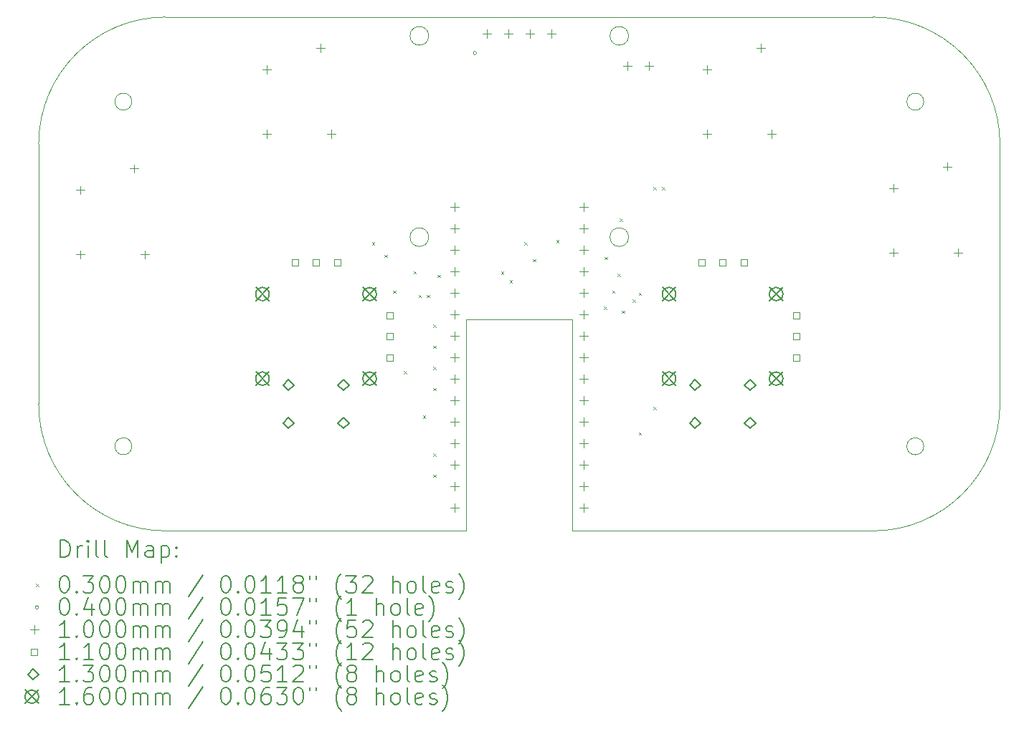
<source format=gbr>
%TF.GenerationSoftware,KiCad,Pcbnew,(6.0.9)*%
%TF.CreationDate,2023-07-24T19:50:06+10:00*%
%TF.ProjectId,Joysticks2.1,4a6f7973-7469-4636-9b73-322e312e6b69,rev?*%
%TF.SameCoordinates,PX3d09000PY568bc30*%
%TF.FileFunction,Drillmap*%
%TF.FilePolarity,Positive*%
%FSLAX45Y45*%
G04 Gerber Fmt 4.5, Leading zero omitted, Abs format (unit mm)*
G04 Created by KiCad (PCBNEW (6.0.9)) date 2023-07-24 19:50:06*
%MOMM*%
%LPD*%
G01*
G04 APERTURE LIST*
%ADD10C,0.010000*%
%ADD11C,0.200000*%
%ADD12C,0.030000*%
%ADD13C,0.040000*%
%ADD14C,0.100000*%
%ADD15C,0.110000*%
%ADD16C,0.130000*%
%ADD17C,0.160000*%
G04 APERTURE END LIST*
D10*
X-2075000Y450000D02*
X-2075000Y-2625000D01*
X9275000Y450000D02*
G75*
G03*
X7775000Y1950000I-1500000J0D01*
G01*
X2975000Y-1625000D02*
X4225000Y-1625000D01*
X-2075000Y-2625000D02*
G75*
G03*
X-575000Y-4125000I1500000J0D01*
G01*
X7775000Y-4125000D02*
G75*
G03*
X9275000Y-2625000I0J1500000D01*
G01*
X2530000Y-652500D02*
G75*
G03*
X2530000Y-652500I-110000J0D01*
G01*
X7775000Y1950000D02*
X-575000Y1950000D01*
X-975000Y950000D02*
G75*
G03*
X-975000Y950000I-100000J0D01*
G01*
X-975000Y-3125000D02*
G75*
G03*
X-975000Y-3125000I-100000J0D01*
G01*
X4890000Y-652500D02*
G75*
G03*
X4890000Y-652500I-110000J0D01*
G01*
X4890000Y1727500D02*
G75*
G03*
X4890000Y1727500I-110000J0D01*
G01*
X-575000Y1950000D02*
G75*
G03*
X-2075000Y450000I0J-1500000D01*
G01*
X2975000Y-4125000D02*
X2975000Y-1625000D01*
X8375000Y-3125000D02*
G75*
G03*
X8375000Y-3125000I-100000J0D01*
G01*
X2530000Y1727500D02*
G75*
G03*
X2530000Y1727500I-110000J0D01*
G01*
X9275000Y-2625000D02*
X9275000Y450000D01*
X4225000Y-4125000D02*
X7775000Y-4125000D01*
X8375000Y950000D02*
G75*
G03*
X8375000Y950000I-100000J0D01*
G01*
X-575000Y-4125000D02*
X2975000Y-4125000D01*
X4225000Y-1625000D02*
X4225000Y-4125000D01*
D11*
D12*
X1860000Y-710000D02*
X1890000Y-740000D01*
X1890000Y-710000D02*
X1860000Y-740000D01*
X2010000Y-860000D02*
X2040000Y-890000D01*
X2040000Y-860000D02*
X2010000Y-890000D01*
X2110000Y-1285000D02*
X2140000Y-1315000D01*
X2140000Y-1285000D02*
X2110000Y-1315000D01*
X2237550Y-2235000D02*
X2267550Y-2265000D01*
X2267550Y-2235000D02*
X2237550Y-2265000D01*
X2353341Y-1053341D02*
X2383341Y-1083341D01*
X2383341Y-1053341D02*
X2353341Y-1083341D01*
X2409292Y-1335000D02*
X2439292Y-1365000D01*
X2439292Y-1335000D02*
X2409292Y-1365000D01*
X2460000Y-2760000D02*
X2490000Y-2790000D01*
X2490000Y-2760000D02*
X2460000Y-2790000D01*
X2510000Y-1335000D02*
X2540000Y-1365000D01*
X2540000Y-1335000D02*
X2510000Y-1365000D01*
X2585000Y-1685000D02*
X2615000Y-1715000D01*
X2615000Y-1685000D02*
X2585000Y-1715000D01*
X2585000Y-1935000D02*
X2615000Y-1965000D01*
X2615000Y-1935000D02*
X2585000Y-1965000D01*
X2585000Y-2185000D02*
X2615000Y-2215000D01*
X2615000Y-2185000D02*
X2585000Y-2215000D01*
X2585000Y-2435000D02*
X2615000Y-2465000D01*
X2615000Y-2435000D02*
X2585000Y-2465000D01*
X2585000Y-3210000D02*
X2615000Y-3240000D01*
X2615000Y-3210000D02*
X2585000Y-3240000D01*
X2585000Y-3460000D02*
X2615000Y-3490000D01*
X2615000Y-3460000D02*
X2585000Y-3490000D01*
X2635000Y-1097550D02*
X2665000Y-1127550D01*
X2665000Y-1097550D02*
X2635000Y-1127550D01*
X3385000Y-1060000D02*
X3415000Y-1090000D01*
X3415000Y-1060000D02*
X3385000Y-1090000D01*
X3485000Y-1160000D02*
X3515000Y-1190000D01*
X3515000Y-1160000D02*
X3485000Y-1190000D01*
X3660000Y-710000D02*
X3690000Y-740000D01*
X3690000Y-710000D02*
X3660000Y-740000D01*
X3760000Y-910000D02*
X3790000Y-940000D01*
X3790000Y-910000D02*
X3760000Y-940000D01*
X4035000Y-685000D02*
X4065000Y-715000D01*
X4065000Y-685000D02*
X4035000Y-715000D01*
X4598841Y-1473841D02*
X4628841Y-1503841D01*
X4628841Y-1473841D02*
X4598841Y-1503841D01*
X4610000Y-885000D02*
X4640000Y-915000D01*
X4640000Y-885000D02*
X4610000Y-915000D01*
X4697550Y-1285000D02*
X4727550Y-1315000D01*
X4727550Y-1285000D02*
X4697550Y-1315000D01*
X4760000Y-1085000D02*
X4790000Y-1115000D01*
X4790000Y-1085000D02*
X4760000Y-1115000D01*
X4785000Y-435000D02*
X4815000Y-465000D01*
X4815000Y-435000D02*
X4785000Y-465000D01*
X4810000Y-1522450D02*
X4840000Y-1552450D01*
X4840000Y-1522450D02*
X4810000Y-1552450D01*
X4938312Y-1388312D02*
X4968312Y-1418312D01*
X4968312Y-1388312D02*
X4938312Y-1418312D01*
X5010000Y-1310000D02*
X5040000Y-1340000D01*
X5040000Y-1310000D02*
X5010000Y-1340000D01*
X5010000Y-2960000D02*
X5040000Y-2990000D01*
X5040000Y-2960000D02*
X5010000Y-2990000D01*
X5185000Y-60000D02*
X5215000Y-90000D01*
X5215000Y-60000D02*
X5185000Y-90000D01*
X5185000Y-2660000D02*
X5215000Y-2690000D01*
X5215000Y-2660000D02*
X5185000Y-2690000D01*
X5285000Y-60000D02*
X5315000Y-90000D01*
X5315000Y-60000D02*
X5285000Y-90000D01*
D13*
X3095000Y1525000D02*
G75*
G03*
X3095000Y1525000I-20000J0D01*
G01*
D14*
X-1581000Y-46000D02*
X-1581000Y-146000D01*
X-1631000Y-96000D02*
X-1531000Y-96000D01*
X-1581000Y-808000D02*
X-1581000Y-908000D01*
X-1631000Y-858000D02*
X-1531000Y-858000D01*
X-949000Y208000D02*
X-949000Y108000D01*
X-999000Y158000D02*
X-899000Y158000D01*
X-819000Y-808000D02*
X-819000Y-908000D01*
X-869000Y-858000D02*
X-769000Y-858000D01*
X619000Y1379000D02*
X619000Y1279000D01*
X569000Y1329000D02*
X669000Y1329000D01*
X619000Y617000D02*
X619000Y517000D01*
X569000Y567000D02*
X669000Y567000D01*
X1251000Y1633000D02*
X1251000Y1533000D01*
X1201000Y1583000D02*
X1301000Y1583000D01*
X1381000Y617000D02*
X1381000Y517000D01*
X1331000Y567000D02*
X1431000Y567000D01*
X2839000Y-245000D02*
X2839000Y-345000D01*
X2789000Y-295000D02*
X2889000Y-295000D01*
X2839000Y-499000D02*
X2839000Y-599000D01*
X2789000Y-549000D02*
X2889000Y-549000D01*
X2839000Y-753000D02*
X2839000Y-853000D01*
X2789000Y-803000D02*
X2889000Y-803000D01*
X2839000Y-1007000D02*
X2839000Y-1107000D01*
X2789000Y-1057000D02*
X2889000Y-1057000D01*
X2839000Y-1261000D02*
X2839000Y-1361000D01*
X2789000Y-1311000D02*
X2889000Y-1311000D01*
X2839000Y-1515000D02*
X2839000Y-1615000D01*
X2789000Y-1565000D02*
X2889000Y-1565000D01*
X2839000Y-1769000D02*
X2839000Y-1869000D01*
X2789000Y-1819000D02*
X2889000Y-1819000D01*
X2839000Y-2023000D02*
X2839000Y-2123000D01*
X2789000Y-2073000D02*
X2889000Y-2073000D01*
X2839000Y-2277000D02*
X2839000Y-2377000D01*
X2789000Y-2327000D02*
X2889000Y-2327000D01*
X2839000Y-2531000D02*
X2839000Y-2631000D01*
X2789000Y-2581000D02*
X2889000Y-2581000D01*
X2839000Y-2785000D02*
X2839000Y-2885000D01*
X2789000Y-2835000D02*
X2889000Y-2835000D01*
X2839000Y-3039000D02*
X2839000Y-3139000D01*
X2789000Y-3089000D02*
X2889000Y-3089000D01*
X2839000Y-3293000D02*
X2839000Y-3393000D01*
X2789000Y-3343000D02*
X2889000Y-3343000D01*
X2839000Y-3547000D02*
X2839000Y-3647000D01*
X2789000Y-3597000D02*
X2889000Y-3597000D01*
X2839000Y-3801000D02*
X2839000Y-3901000D01*
X2789000Y-3851000D02*
X2889000Y-3851000D01*
X3220000Y1802500D02*
X3220000Y1702500D01*
X3170000Y1752500D02*
X3270000Y1752500D01*
X3474000Y1802500D02*
X3474000Y1702500D01*
X3424000Y1752500D02*
X3524000Y1752500D01*
X3728000Y1802500D02*
X3728000Y1702500D01*
X3678000Y1752500D02*
X3778000Y1752500D01*
X3982000Y1802500D02*
X3982000Y1702500D01*
X3932000Y1752500D02*
X4032000Y1752500D01*
X4363000Y-245000D02*
X4363000Y-345000D01*
X4313000Y-295000D02*
X4413000Y-295000D01*
X4363000Y-499000D02*
X4363000Y-599000D01*
X4313000Y-549000D02*
X4413000Y-549000D01*
X4363000Y-753000D02*
X4363000Y-853000D01*
X4313000Y-803000D02*
X4413000Y-803000D01*
X4363000Y-1007000D02*
X4363000Y-1107000D01*
X4313000Y-1057000D02*
X4413000Y-1057000D01*
X4363000Y-1261000D02*
X4363000Y-1361000D01*
X4313000Y-1311000D02*
X4413000Y-1311000D01*
X4363000Y-1515000D02*
X4363000Y-1615000D01*
X4313000Y-1565000D02*
X4413000Y-1565000D01*
X4363000Y-1769000D02*
X4363000Y-1869000D01*
X4313000Y-1819000D02*
X4413000Y-1819000D01*
X4363000Y-2023000D02*
X4363000Y-2123000D01*
X4313000Y-2073000D02*
X4413000Y-2073000D01*
X4363000Y-2277000D02*
X4363000Y-2377000D01*
X4313000Y-2327000D02*
X4413000Y-2327000D01*
X4363000Y-2531000D02*
X4363000Y-2631000D01*
X4313000Y-2581000D02*
X4413000Y-2581000D01*
X4363000Y-2785000D02*
X4363000Y-2885000D01*
X4313000Y-2835000D02*
X4413000Y-2835000D01*
X4363000Y-3039000D02*
X4363000Y-3139000D01*
X4313000Y-3089000D02*
X4413000Y-3089000D01*
X4363000Y-3293000D02*
X4363000Y-3393000D01*
X4313000Y-3343000D02*
X4413000Y-3343000D01*
X4363000Y-3547000D02*
X4363000Y-3647000D01*
X4313000Y-3597000D02*
X4413000Y-3597000D01*
X4363000Y-3801000D02*
X4363000Y-3901000D01*
X4313000Y-3851000D02*
X4413000Y-3851000D01*
X4875000Y1425000D02*
X4875000Y1325000D01*
X4825000Y1375000D02*
X4925000Y1375000D01*
X5129000Y1425000D02*
X5129000Y1325000D01*
X5079000Y1375000D02*
X5179000Y1375000D01*
X5819000Y1379000D02*
X5819000Y1279000D01*
X5769000Y1329000D02*
X5869000Y1329000D01*
X5819000Y617000D02*
X5819000Y517000D01*
X5769000Y567000D02*
X5869000Y567000D01*
X6451000Y1633000D02*
X6451000Y1533000D01*
X6401000Y1583000D02*
X6501000Y1583000D01*
X6581000Y617000D02*
X6581000Y517000D01*
X6531000Y567000D02*
X6631000Y567000D01*
X8019000Y-21000D02*
X8019000Y-121000D01*
X7969000Y-71000D02*
X8069000Y-71000D01*
X8019000Y-783000D02*
X8019000Y-883000D01*
X7969000Y-833000D02*
X8069000Y-833000D01*
X8651000Y233000D02*
X8651000Y133000D01*
X8601000Y183000D02*
X8701000Y183000D01*
X8781000Y-783000D02*
X8781000Y-883000D01*
X8731000Y-833000D02*
X8831000Y-833000D01*
D15*
X988891Y-990891D02*
X988891Y-913109D01*
X911109Y-913109D01*
X911109Y-990891D01*
X988891Y-990891D01*
X1238891Y-990891D02*
X1238891Y-913109D01*
X1161109Y-913109D01*
X1161109Y-990891D01*
X1238891Y-990891D01*
X1488891Y-990891D02*
X1488891Y-913109D01*
X1411109Y-913109D01*
X1411109Y-990891D01*
X1488891Y-990891D01*
X2111891Y-1613891D02*
X2111891Y-1536109D01*
X2034109Y-1536109D01*
X2034109Y-1613891D01*
X2111891Y-1613891D01*
X2111891Y-1863891D02*
X2111891Y-1786109D01*
X2034109Y-1786109D01*
X2034109Y-1863891D01*
X2111891Y-1863891D01*
X2111891Y-2113891D02*
X2111891Y-2036109D01*
X2034109Y-2036109D01*
X2034109Y-2113891D01*
X2111891Y-2113891D01*
X5788891Y-990891D02*
X5788891Y-913109D01*
X5711109Y-913109D01*
X5711109Y-990891D01*
X5788891Y-990891D01*
X6038891Y-990891D02*
X6038891Y-913109D01*
X5961109Y-913109D01*
X5961109Y-990891D01*
X6038891Y-990891D01*
X6288891Y-990891D02*
X6288891Y-913109D01*
X6211109Y-913109D01*
X6211109Y-990891D01*
X6288891Y-990891D01*
X6911891Y-1613891D02*
X6911891Y-1536109D01*
X6834109Y-1536109D01*
X6834109Y-1613891D01*
X6911891Y-1613891D01*
X6911891Y-1863891D02*
X6911891Y-1786109D01*
X6834109Y-1786109D01*
X6834109Y-1863891D01*
X6911891Y-1863891D01*
X6911891Y-2113891D02*
X6911891Y-2036109D01*
X6834109Y-2036109D01*
X6834109Y-2113891D01*
X6911891Y-2113891D01*
D16*
X875000Y-2465000D02*
X940000Y-2400000D01*
X875000Y-2335000D01*
X810000Y-2400000D01*
X875000Y-2465000D01*
X875000Y-2915000D02*
X940000Y-2850000D01*
X875000Y-2785000D01*
X810000Y-2850000D01*
X875000Y-2915000D01*
X1525000Y-2465000D02*
X1590000Y-2400000D01*
X1525000Y-2335000D01*
X1460000Y-2400000D01*
X1525000Y-2465000D01*
X1525000Y-2915000D02*
X1590000Y-2850000D01*
X1525000Y-2785000D01*
X1460000Y-2850000D01*
X1525000Y-2915000D01*
X5675000Y-2465000D02*
X5740000Y-2400000D01*
X5675000Y-2335000D01*
X5610000Y-2400000D01*
X5675000Y-2465000D01*
X5675000Y-2915000D02*
X5740000Y-2850000D01*
X5675000Y-2785000D01*
X5610000Y-2850000D01*
X5675000Y-2915000D01*
X6325000Y-2465000D02*
X6390000Y-2400000D01*
X6325000Y-2335000D01*
X6260000Y-2400000D01*
X6325000Y-2465000D01*
X6325000Y-2915000D02*
X6390000Y-2850000D01*
X6325000Y-2785000D01*
X6260000Y-2850000D01*
X6325000Y-2915000D01*
D17*
X487500Y-1245000D02*
X647500Y-1405000D01*
X647500Y-1245000D02*
X487500Y-1405000D01*
X647500Y-1325000D02*
G75*
G03*
X647500Y-1325000I-80000J0D01*
G01*
X487500Y-2245000D02*
X647500Y-2405000D01*
X647500Y-2245000D02*
X487500Y-2405000D01*
X647500Y-2325000D02*
G75*
G03*
X647500Y-2325000I-80000J0D01*
G01*
X1752500Y-1245000D02*
X1912500Y-1405000D01*
X1912500Y-1245000D02*
X1752500Y-1405000D01*
X1912500Y-1325000D02*
G75*
G03*
X1912500Y-1325000I-80000J0D01*
G01*
X1752500Y-2245000D02*
X1912500Y-2405000D01*
X1912500Y-2245000D02*
X1752500Y-2405000D01*
X1912500Y-2325000D02*
G75*
G03*
X1912500Y-2325000I-80000J0D01*
G01*
X5287500Y-1245000D02*
X5447500Y-1405000D01*
X5447500Y-1245000D02*
X5287500Y-1405000D01*
X5447500Y-1325000D02*
G75*
G03*
X5447500Y-1325000I-80000J0D01*
G01*
X5287500Y-2245000D02*
X5447500Y-2405000D01*
X5447500Y-2245000D02*
X5287500Y-2405000D01*
X5447500Y-2325000D02*
G75*
G03*
X5447500Y-2325000I-80000J0D01*
G01*
X6552500Y-1245000D02*
X6712500Y-1405000D01*
X6712500Y-1245000D02*
X6552500Y-1405000D01*
X6712500Y-1325000D02*
G75*
G03*
X6712500Y-1325000I-80000J0D01*
G01*
X6552500Y-2245000D02*
X6712500Y-2405000D01*
X6712500Y-2245000D02*
X6552500Y-2405000D01*
X6712500Y-2325000D02*
G75*
G03*
X6712500Y-2325000I-80000J0D01*
G01*
D11*
X-1817881Y-4435976D02*
X-1817881Y-4235976D01*
X-1770262Y-4235976D01*
X-1741690Y-4245500D01*
X-1722643Y-4264548D01*
X-1713119Y-4283595D01*
X-1703595Y-4321690D01*
X-1703595Y-4350262D01*
X-1713119Y-4388357D01*
X-1722643Y-4407405D01*
X-1741690Y-4426452D01*
X-1770262Y-4435976D01*
X-1817881Y-4435976D01*
X-1617881Y-4435976D02*
X-1617881Y-4302643D01*
X-1617881Y-4340738D02*
X-1608357Y-4321690D01*
X-1598833Y-4312167D01*
X-1579786Y-4302643D01*
X-1560738Y-4302643D01*
X-1494071Y-4435976D02*
X-1494071Y-4302643D01*
X-1494071Y-4235976D02*
X-1503595Y-4245500D01*
X-1494071Y-4255024D01*
X-1484548Y-4245500D01*
X-1494071Y-4235976D01*
X-1494071Y-4255024D01*
X-1370262Y-4435976D02*
X-1389310Y-4426452D01*
X-1398833Y-4407405D01*
X-1398833Y-4235976D01*
X-1265500Y-4435976D02*
X-1284548Y-4426452D01*
X-1294072Y-4407405D01*
X-1294072Y-4235976D01*
X-1036929Y-4435976D02*
X-1036929Y-4235976D01*
X-970262Y-4378833D01*
X-903595Y-4235976D01*
X-903595Y-4435976D01*
X-722643Y-4435976D02*
X-722643Y-4331214D01*
X-732167Y-4312167D01*
X-751214Y-4302643D01*
X-789310Y-4302643D01*
X-808357Y-4312167D01*
X-722643Y-4426452D02*
X-741690Y-4435976D01*
X-789310Y-4435976D01*
X-808357Y-4426452D01*
X-817881Y-4407405D01*
X-817881Y-4388357D01*
X-808357Y-4369310D01*
X-789310Y-4359786D01*
X-741690Y-4359786D01*
X-722643Y-4350262D01*
X-627405Y-4302643D02*
X-627405Y-4502643D01*
X-627405Y-4312167D02*
X-608357Y-4302643D01*
X-570262Y-4302643D01*
X-551214Y-4312167D01*
X-541691Y-4321690D01*
X-532167Y-4340738D01*
X-532167Y-4397881D01*
X-541691Y-4416929D01*
X-551214Y-4426452D01*
X-570262Y-4435976D01*
X-608357Y-4435976D01*
X-627405Y-4426452D01*
X-446452Y-4416929D02*
X-436929Y-4426452D01*
X-446452Y-4435976D01*
X-455976Y-4426452D01*
X-446452Y-4416929D01*
X-446452Y-4435976D01*
X-446452Y-4312167D02*
X-436929Y-4321690D01*
X-446452Y-4331214D01*
X-455976Y-4321690D01*
X-446452Y-4312167D01*
X-446452Y-4331214D01*
D12*
X-2105500Y-4750500D02*
X-2075500Y-4780500D01*
X-2075500Y-4750500D02*
X-2105500Y-4780500D01*
D11*
X-1779786Y-4655976D02*
X-1760738Y-4655976D01*
X-1741690Y-4665500D01*
X-1732167Y-4675024D01*
X-1722643Y-4694071D01*
X-1713119Y-4732167D01*
X-1713119Y-4779786D01*
X-1722643Y-4817881D01*
X-1732167Y-4836929D01*
X-1741690Y-4846452D01*
X-1760738Y-4855976D01*
X-1779786Y-4855976D01*
X-1798833Y-4846452D01*
X-1808357Y-4836929D01*
X-1817881Y-4817881D01*
X-1827405Y-4779786D01*
X-1827405Y-4732167D01*
X-1817881Y-4694071D01*
X-1808357Y-4675024D01*
X-1798833Y-4665500D01*
X-1779786Y-4655976D01*
X-1627405Y-4836929D02*
X-1617881Y-4846452D01*
X-1627405Y-4855976D01*
X-1636929Y-4846452D01*
X-1627405Y-4836929D01*
X-1627405Y-4855976D01*
X-1551214Y-4655976D02*
X-1427405Y-4655976D01*
X-1494071Y-4732167D01*
X-1465500Y-4732167D01*
X-1446452Y-4741690D01*
X-1436929Y-4751214D01*
X-1427405Y-4770262D01*
X-1427405Y-4817881D01*
X-1436929Y-4836929D01*
X-1446452Y-4846452D01*
X-1465500Y-4855976D01*
X-1522643Y-4855976D01*
X-1541690Y-4846452D01*
X-1551214Y-4836929D01*
X-1303595Y-4655976D02*
X-1284548Y-4655976D01*
X-1265500Y-4665500D01*
X-1255976Y-4675024D01*
X-1246452Y-4694071D01*
X-1236929Y-4732167D01*
X-1236929Y-4779786D01*
X-1246452Y-4817881D01*
X-1255976Y-4836929D01*
X-1265500Y-4846452D01*
X-1284548Y-4855976D01*
X-1303595Y-4855976D01*
X-1322643Y-4846452D01*
X-1332167Y-4836929D01*
X-1341691Y-4817881D01*
X-1351214Y-4779786D01*
X-1351214Y-4732167D01*
X-1341691Y-4694071D01*
X-1332167Y-4675024D01*
X-1322643Y-4665500D01*
X-1303595Y-4655976D01*
X-1113119Y-4655976D02*
X-1094072Y-4655976D01*
X-1075024Y-4665500D01*
X-1065500Y-4675024D01*
X-1055976Y-4694071D01*
X-1046452Y-4732167D01*
X-1046452Y-4779786D01*
X-1055976Y-4817881D01*
X-1065500Y-4836929D01*
X-1075024Y-4846452D01*
X-1094072Y-4855976D01*
X-1113119Y-4855976D01*
X-1132167Y-4846452D01*
X-1141691Y-4836929D01*
X-1151214Y-4817881D01*
X-1160738Y-4779786D01*
X-1160738Y-4732167D01*
X-1151214Y-4694071D01*
X-1141691Y-4675024D01*
X-1132167Y-4665500D01*
X-1113119Y-4655976D01*
X-960738Y-4855976D02*
X-960738Y-4722643D01*
X-960738Y-4741690D02*
X-951214Y-4732167D01*
X-932167Y-4722643D01*
X-903595Y-4722643D01*
X-884548Y-4732167D01*
X-875024Y-4751214D01*
X-875024Y-4855976D01*
X-875024Y-4751214D02*
X-865500Y-4732167D01*
X-846452Y-4722643D01*
X-817881Y-4722643D01*
X-798833Y-4732167D01*
X-789310Y-4751214D01*
X-789310Y-4855976D01*
X-694072Y-4855976D02*
X-694072Y-4722643D01*
X-694072Y-4741690D02*
X-684548Y-4732167D01*
X-665500Y-4722643D01*
X-636929Y-4722643D01*
X-617881Y-4732167D01*
X-608357Y-4751214D01*
X-608357Y-4855976D01*
X-608357Y-4751214D02*
X-598833Y-4732167D01*
X-579786Y-4722643D01*
X-551214Y-4722643D01*
X-532167Y-4732167D01*
X-522643Y-4751214D01*
X-522643Y-4855976D01*
X-132167Y-4646452D02*
X-303595Y-4903595D01*
X124976Y-4655976D02*
X144024Y-4655976D01*
X163071Y-4665500D01*
X172595Y-4675024D01*
X182119Y-4694071D01*
X191643Y-4732167D01*
X191643Y-4779786D01*
X182119Y-4817881D01*
X172595Y-4836929D01*
X163071Y-4846452D01*
X144024Y-4855976D01*
X124976Y-4855976D01*
X105928Y-4846452D01*
X96405Y-4836929D01*
X86881Y-4817881D01*
X77357Y-4779786D01*
X77357Y-4732167D01*
X86881Y-4694071D01*
X96405Y-4675024D01*
X105928Y-4665500D01*
X124976Y-4655976D01*
X277357Y-4836929D02*
X286881Y-4846452D01*
X277357Y-4855976D01*
X267833Y-4846452D01*
X277357Y-4836929D01*
X277357Y-4855976D01*
X410690Y-4655976D02*
X429738Y-4655976D01*
X448786Y-4665500D01*
X458309Y-4675024D01*
X467833Y-4694071D01*
X477357Y-4732167D01*
X477357Y-4779786D01*
X467833Y-4817881D01*
X458309Y-4836929D01*
X448786Y-4846452D01*
X429738Y-4855976D01*
X410690Y-4855976D01*
X391643Y-4846452D01*
X382119Y-4836929D01*
X372595Y-4817881D01*
X363071Y-4779786D01*
X363071Y-4732167D01*
X372595Y-4694071D01*
X382119Y-4675024D01*
X391643Y-4665500D01*
X410690Y-4655976D01*
X667833Y-4855976D02*
X553548Y-4855976D01*
X610690Y-4855976D02*
X610690Y-4655976D01*
X591643Y-4684548D01*
X572595Y-4703595D01*
X553548Y-4713119D01*
X858309Y-4855976D02*
X744024Y-4855976D01*
X801167Y-4855976D02*
X801167Y-4655976D01*
X782119Y-4684548D01*
X763071Y-4703595D01*
X744024Y-4713119D01*
X972595Y-4741690D02*
X953548Y-4732167D01*
X944024Y-4722643D01*
X934500Y-4703595D01*
X934500Y-4694071D01*
X944024Y-4675024D01*
X953548Y-4665500D01*
X972595Y-4655976D01*
X1010690Y-4655976D01*
X1029738Y-4665500D01*
X1039262Y-4675024D01*
X1048786Y-4694071D01*
X1048786Y-4703595D01*
X1039262Y-4722643D01*
X1029738Y-4732167D01*
X1010690Y-4741690D01*
X972595Y-4741690D01*
X953548Y-4751214D01*
X944024Y-4760738D01*
X934500Y-4779786D01*
X934500Y-4817881D01*
X944024Y-4836929D01*
X953548Y-4846452D01*
X972595Y-4855976D01*
X1010690Y-4855976D01*
X1029738Y-4846452D01*
X1039262Y-4836929D01*
X1048786Y-4817881D01*
X1048786Y-4779786D01*
X1039262Y-4760738D01*
X1029738Y-4751214D01*
X1010690Y-4741690D01*
X1124976Y-4655976D02*
X1124976Y-4694071D01*
X1201167Y-4655976D02*
X1201167Y-4694071D01*
X1496405Y-4932167D02*
X1486881Y-4922643D01*
X1467833Y-4894071D01*
X1458309Y-4875024D01*
X1448786Y-4846452D01*
X1439262Y-4798833D01*
X1439262Y-4760738D01*
X1448786Y-4713119D01*
X1458309Y-4684548D01*
X1467833Y-4665500D01*
X1486881Y-4636929D01*
X1496405Y-4627405D01*
X1553548Y-4655976D02*
X1677357Y-4655976D01*
X1610690Y-4732167D01*
X1639262Y-4732167D01*
X1658309Y-4741690D01*
X1667833Y-4751214D01*
X1677357Y-4770262D01*
X1677357Y-4817881D01*
X1667833Y-4836929D01*
X1658309Y-4846452D01*
X1639262Y-4855976D01*
X1582119Y-4855976D01*
X1563071Y-4846452D01*
X1553548Y-4836929D01*
X1753548Y-4675024D02*
X1763071Y-4665500D01*
X1782119Y-4655976D01*
X1829738Y-4655976D01*
X1848786Y-4665500D01*
X1858309Y-4675024D01*
X1867833Y-4694071D01*
X1867833Y-4713119D01*
X1858309Y-4741690D01*
X1744024Y-4855976D01*
X1867833Y-4855976D01*
X2105929Y-4855976D02*
X2105929Y-4655976D01*
X2191643Y-4855976D02*
X2191643Y-4751214D01*
X2182119Y-4732167D01*
X2163071Y-4722643D01*
X2134500Y-4722643D01*
X2115452Y-4732167D01*
X2105929Y-4741690D01*
X2315452Y-4855976D02*
X2296405Y-4846452D01*
X2286881Y-4836929D01*
X2277357Y-4817881D01*
X2277357Y-4760738D01*
X2286881Y-4741690D01*
X2296405Y-4732167D01*
X2315452Y-4722643D01*
X2344024Y-4722643D01*
X2363071Y-4732167D01*
X2372595Y-4741690D01*
X2382119Y-4760738D01*
X2382119Y-4817881D01*
X2372595Y-4836929D01*
X2363071Y-4846452D01*
X2344024Y-4855976D01*
X2315452Y-4855976D01*
X2496405Y-4855976D02*
X2477357Y-4846452D01*
X2467833Y-4827405D01*
X2467833Y-4655976D01*
X2648786Y-4846452D02*
X2629738Y-4855976D01*
X2591643Y-4855976D01*
X2572595Y-4846452D01*
X2563071Y-4827405D01*
X2563071Y-4751214D01*
X2572595Y-4732167D01*
X2591643Y-4722643D01*
X2629738Y-4722643D01*
X2648786Y-4732167D01*
X2658310Y-4751214D01*
X2658310Y-4770262D01*
X2563071Y-4789310D01*
X2734500Y-4846452D02*
X2753548Y-4855976D01*
X2791643Y-4855976D01*
X2810690Y-4846452D01*
X2820214Y-4827405D01*
X2820214Y-4817881D01*
X2810690Y-4798833D01*
X2791643Y-4789310D01*
X2763071Y-4789310D01*
X2744024Y-4779786D01*
X2734500Y-4760738D01*
X2734500Y-4751214D01*
X2744024Y-4732167D01*
X2763071Y-4722643D01*
X2791643Y-4722643D01*
X2810690Y-4732167D01*
X2886881Y-4932167D02*
X2896405Y-4922643D01*
X2915452Y-4894071D01*
X2924976Y-4875024D01*
X2934500Y-4846452D01*
X2944024Y-4798833D01*
X2944024Y-4760738D01*
X2934500Y-4713119D01*
X2924976Y-4684548D01*
X2915452Y-4665500D01*
X2896405Y-4636929D01*
X2886881Y-4627405D01*
D13*
X-2075500Y-5029500D02*
G75*
G03*
X-2075500Y-5029500I-20000J0D01*
G01*
D11*
X-1779786Y-4919976D02*
X-1760738Y-4919976D01*
X-1741690Y-4929500D01*
X-1732167Y-4939024D01*
X-1722643Y-4958071D01*
X-1713119Y-4996167D01*
X-1713119Y-5043786D01*
X-1722643Y-5081881D01*
X-1732167Y-5100929D01*
X-1741690Y-5110452D01*
X-1760738Y-5119976D01*
X-1779786Y-5119976D01*
X-1798833Y-5110452D01*
X-1808357Y-5100929D01*
X-1817881Y-5081881D01*
X-1827405Y-5043786D01*
X-1827405Y-4996167D01*
X-1817881Y-4958071D01*
X-1808357Y-4939024D01*
X-1798833Y-4929500D01*
X-1779786Y-4919976D01*
X-1627405Y-5100929D02*
X-1617881Y-5110452D01*
X-1627405Y-5119976D01*
X-1636929Y-5110452D01*
X-1627405Y-5100929D01*
X-1627405Y-5119976D01*
X-1446452Y-4986643D02*
X-1446452Y-5119976D01*
X-1494071Y-4910452D02*
X-1541690Y-5053310D01*
X-1417881Y-5053310D01*
X-1303595Y-4919976D02*
X-1284548Y-4919976D01*
X-1265500Y-4929500D01*
X-1255976Y-4939024D01*
X-1246452Y-4958071D01*
X-1236929Y-4996167D01*
X-1236929Y-5043786D01*
X-1246452Y-5081881D01*
X-1255976Y-5100929D01*
X-1265500Y-5110452D01*
X-1284548Y-5119976D01*
X-1303595Y-5119976D01*
X-1322643Y-5110452D01*
X-1332167Y-5100929D01*
X-1341691Y-5081881D01*
X-1351214Y-5043786D01*
X-1351214Y-4996167D01*
X-1341691Y-4958071D01*
X-1332167Y-4939024D01*
X-1322643Y-4929500D01*
X-1303595Y-4919976D01*
X-1113119Y-4919976D02*
X-1094072Y-4919976D01*
X-1075024Y-4929500D01*
X-1065500Y-4939024D01*
X-1055976Y-4958071D01*
X-1046452Y-4996167D01*
X-1046452Y-5043786D01*
X-1055976Y-5081881D01*
X-1065500Y-5100929D01*
X-1075024Y-5110452D01*
X-1094072Y-5119976D01*
X-1113119Y-5119976D01*
X-1132167Y-5110452D01*
X-1141691Y-5100929D01*
X-1151214Y-5081881D01*
X-1160738Y-5043786D01*
X-1160738Y-4996167D01*
X-1151214Y-4958071D01*
X-1141691Y-4939024D01*
X-1132167Y-4929500D01*
X-1113119Y-4919976D01*
X-960738Y-5119976D02*
X-960738Y-4986643D01*
X-960738Y-5005690D02*
X-951214Y-4996167D01*
X-932167Y-4986643D01*
X-903595Y-4986643D01*
X-884548Y-4996167D01*
X-875024Y-5015214D01*
X-875024Y-5119976D01*
X-875024Y-5015214D02*
X-865500Y-4996167D01*
X-846452Y-4986643D01*
X-817881Y-4986643D01*
X-798833Y-4996167D01*
X-789310Y-5015214D01*
X-789310Y-5119976D01*
X-694072Y-5119976D02*
X-694072Y-4986643D01*
X-694072Y-5005690D02*
X-684548Y-4996167D01*
X-665500Y-4986643D01*
X-636929Y-4986643D01*
X-617881Y-4996167D01*
X-608357Y-5015214D01*
X-608357Y-5119976D01*
X-608357Y-5015214D02*
X-598833Y-4996167D01*
X-579786Y-4986643D01*
X-551214Y-4986643D01*
X-532167Y-4996167D01*
X-522643Y-5015214D01*
X-522643Y-5119976D01*
X-132167Y-4910452D02*
X-303595Y-5167595D01*
X124976Y-4919976D02*
X144024Y-4919976D01*
X163071Y-4929500D01*
X172595Y-4939024D01*
X182119Y-4958071D01*
X191643Y-4996167D01*
X191643Y-5043786D01*
X182119Y-5081881D01*
X172595Y-5100929D01*
X163071Y-5110452D01*
X144024Y-5119976D01*
X124976Y-5119976D01*
X105928Y-5110452D01*
X96405Y-5100929D01*
X86881Y-5081881D01*
X77357Y-5043786D01*
X77357Y-4996167D01*
X86881Y-4958071D01*
X96405Y-4939024D01*
X105928Y-4929500D01*
X124976Y-4919976D01*
X277357Y-5100929D02*
X286881Y-5110452D01*
X277357Y-5119976D01*
X267833Y-5110452D01*
X277357Y-5100929D01*
X277357Y-5119976D01*
X410690Y-4919976D02*
X429738Y-4919976D01*
X448786Y-4929500D01*
X458309Y-4939024D01*
X467833Y-4958071D01*
X477357Y-4996167D01*
X477357Y-5043786D01*
X467833Y-5081881D01*
X458309Y-5100929D01*
X448786Y-5110452D01*
X429738Y-5119976D01*
X410690Y-5119976D01*
X391643Y-5110452D01*
X382119Y-5100929D01*
X372595Y-5081881D01*
X363071Y-5043786D01*
X363071Y-4996167D01*
X372595Y-4958071D01*
X382119Y-4939024D01*
X391643Y-4929500D01*
X410690Y-4919976D01*
X667833Y-5119976D02*
X553548Y-5119976D01*
X610690Y-5119976D02*
X610690Y-4919976D01*
X591643Y-4948548D01*
X572595Y-4967595D01*
X553548Y-4977119D01*
X848786Y-4919976D02*
X753548Y-4919976D01*
X744024Y-5015214D01*
X753548Y-5005690D01*
X772595Y-4996167D01*
X820214Y-4996167D01*
X839262Y-5005690D01*
X848786Y-5015214D01*
X858309Y-5034262D01*
X858309Y-5081881D01*
X848786Y-5100929D01*
X839262Y-5110452D01*
X820214Y-5119976D01*
X772595Y-5119976D01*
X753548Y-5110452D01*
X744024Y-5100929D01*
X924976Y-4919976D02*
X1058310Y-4919976D01*
X972595Y-5119976D01*
X1124976Y-4919976D02*
X1124976Y-4958071D01*
X1201167Y-4919976D02*
X1201167Y-4958071D01*
X1496405Y-5196167D02*
X1486881Y-5186643D01*
X1467833Y-5158071D01*
X1458309Y-5139024D01*
X1448786Y-5110452D01*
X1439262Y-5062833D01*
X1439262Y-5024738D01*
X1448786Y-4977119D01*
X1458309Y-4948548D01*
X1467833Y-4929500D01*
X1486881Y-4900929D01*
X1496405Y-4891405D01*
X1677357Y-5119976D02*
X1563071Y-5119976D01*
X1620214Y-5119976D02*
X1620214Y-4919976D01*
X1601167Y-4948548D01*
X1582119Y-4967595D01*
X1563071Y-4977119D01*
X1915452Y-5119976D02*
X1915452Y-4919976D01*
X2001167Y-5119976D02*
X2001167Y-5015214D01*
X1991643Y-4996167D01*
X1972595Y-4986643D01*
X1944024Y-4986643D01*
X1924976Y-4996167D01*
X1915452Y-5005690D01*
X2124976Y-5119976D02*
X2105929Y-5110452D01*
X2096405Y-5100929D01*
X2086881Y-5081881D01*
X2086881Y-5024738D01*
X2096405Y-5005690D01*
X2105929Y-4996167D01*
X2124976Y-4986643D01*
X2153548Y-4986643D01*
X2172595Y-4996167D01*
X2182119Y-5005690D01*
X2191643Y-5024738D01*
X2191643Y-5081881D01*
X2182119Y-5100929D01*
X2172595Y-5110452D01*
X2153548Y-5119976D01*
X2124976Y-5119976D01*
X2305929Y-5119976D02*
X2286881Y-5110452D01*
X2277357Y-5091405D01*
X2277357Y-4919976D01*
X2458310Y-5110452D02*
X2439262Y-5119976D01*
X2401167Y-5119976D01*
X2382119Y-5110452D01*
X2372595Y-5091405D01*
X2372595Y-5015214D01*
X2382119Y-4996167D01*
X2401167Y-4986643D01*
X2439262Y-4986643D01*
X2458310Y-4996167D01*
X2467833Y-5015214D01*
X2467833Y-5034262D01*
X2372595Y-5053310D01*
X2534500Y-5196167D02*
X2544024Y-5186643D01*
X2563071Y-5158071D01*
X2572595Y-5139024D01*
X2582119Y-5110452D01*
X2591643Y-5062833D01*
X2591643Y-5024738D01*
X2582119Y-4977119D01*
X2572595Y-4948548D01*
X2563071Y-4929500D01*
X2544024Y-4900929D01*
X2534500Y-4891405D01*
D14*
X-2125500Y-5243500D02*
X-2125500Y-5343500D01*
X-2175500Y-5293500D02*
X-2075500Y-5293500D01*
D11*
X-1713119Y-5383976D02*
X-1827405Y-5383976D01*
X-1770262Y-5383976D02*
X-1770262Y-5183976D01*
X-1789310Y-5212548D01*
X-1808357Y-5231595D01*
X-1827405Y-5241119D01*
X-1627405Y-5364929D02*
X-1617881Y-5374452D01*
X-1627405Y-5383976D01*
X-1636929Y-5374452D01*
X-1627405Y-5364929D01*
X-1627405Y-5383976D01*
X-1494071Y-5183976D02*
X-1475024Y-5183976D01*
X-1455976Y-5193500D01*
X-1446452Y-5203024D01*
X-1436929Y-5222071D01*
X-1427405Y-5260167D01*
X-1427405Y-5307786D01*
X-1436929Y-5345881D01*
X-1446452Y-5364929D01*
X-1455976Y-5374452D01*
X-1475024Y-5383976D01*
X-1494071Y-5383976D01*
X-1513119Y-5374452D01*
X-1522643Y-5364929D01*
X-1532167Y-5345881D01*
X-1541690Y-5307786D01*
X-1541690Y-5260167D01*
X-1532167Y-5222071D01*
X-1522643Y-5203024D01*
X-1513119Y-5193500D01*
X-1494071Y-5183976D01*
X-1303595Y-5183976D02*
X-1284548Y-5183976D01*
X-1265500Y-5193500D01*
X-1255976Y-5203024D01*
X-1246452Y-5222071D01*
X-1236929Y-5260167D01*
X-1236929Y-5307786D01*
X-1246452Y-5345881D01*
X-1255976Y-5364929D01*
X-1265500Y-5374452D01*
X-1284548Y-5383976D01*
X-1303595Y-5383976D01*
X-1322643Y-5374452D01*
X-1332167Y-5364929D01*
X-1341691Y-5345881D01*
X-1351214Y-5307786D01*
X-1351214Y-5260167D01*
X-1341691Y-5222071D01*
X-1332167Y-5203024D01*
X-1322643Y-5193500D01*
X-1303595Y-5183976D01*
X-1113119Y-5183976D02*
X-1094072Y-5183976D01*
X-1075024Y-5193500D01*
X-1065500Y-5203024D01*
X-1055976Y-5222071D01*
X-1046452Y-5260167D01*
X-1046452Y-5307786D01*
X-1055976Y-5345881D01*
X-1065500Y-5364929D01*
X-1075024Y-5374452D01*
X-1094072Y-5383976D01*
X-1113119Y-5383976D01*
X-1132167Y-5374452D01*
X-1141691Y-5364929D01*
X-1151214Y-5345881D01*
X-1160738Y-5307786D01*
X-1160738Y-5260167D01*
X-1151214Y-5222071D01*
X-1141691Y-5203024D01*
X-1132167Y-5193500D01*
X-1113119Y-5183976D01*
X-960738Y-5383976D02*
X-960738Y-5250643D01*
X-960738Y-5269690D02*
X-951214Y-5260167D01*
X-932167Y-5250643D01*
X-903595Y-5250643D01*
X-884548Y-5260167D01*
X-875024Y-5279214D01*
X-875024Y-5383976D01*
X-875024Y-5279214D02*
X-865500Y-5260167D01*
X-846452Y-5250643D01*
X-817881Y-5250643D01*
X-798833Y-5260167D01*
X-789310Y-5279214D01*
X-789310Y-5383976D01*
X-694072Y-5383976D02*
X-694072Y-5250643D01*
X-694072Y-5269690D02*
X-684548Y-5260167D01*
X-665500Y-5250643D01*
X-636929Y-5250643D01*
X-617881Y-5260167D01*
X-608357Y-5279214D01*
X-608357Y-5383976D01*
X-608357Y-5279214D02*
X-598833Y-5260167D01*
X-579786Y-5250643D01*
X-551214Y-5250643D01*
X-532167Y-5260167D01*
X-522643Y-5279214D01*
X-522643Y-5383976D01*
X-132167Y-5174452D02*
X-303595Y-5431595D01*
X124976Y-5183976D02*
X144024Y-5183976D01*
X163071Y-5193500D01*
X172595Y-5203024D01*
X182119Y-5222071D01*
X191643Y-5260167D01*
X191643Y-5307786D01*
X182119Y-5345881D01*
X172595Y-5364929D01*
X163071Y-5374452D01*
X144024Y-5383976D01*
X124976Y-5383976D01*
X105928Y-5374452D01*
X96405Y-5364929D01*
X86881Y-5345881D01*
X77357Y-5307786D01*
X77357Y-5260167D01*
X86881Y-5222071D01*
X96405Y-5203024D01*
X105928Y-5193500D01*
X124976Y-5183976D01*
X277357Y-5364929D02*
X286881Y-5374452D01*
X277357Y-5383976D01*
X267833Y-5374452D01*
X277357Y-5364929D01*
X277357Y-5383976D01*
X410690Y-5183976D02*
X429738Y-5183976D01*
X448786Y-5193500D01*
X458309Y-5203024D01*
X467833Y-5222071D01*
X477357Y-5260167D01*
X477357Y-5307786D01*
X467833Y-5345881D01*
X458309Y-5364929D01*
X448786Y-5374452D01*
X429738Y-5383976D01*
X410690Y-5383976D01*
X391643Y-5374452D01*
X382119Y-5364929D01*
X372595Y-5345881D01*
X363071Y-5307786D01*
X363071Y-5260167D01*
X372595Y-5222071D01*
X382119Y-5203024D01*
X391643Y-5193500D01*
X410690Y-5183976D01*
X544024Y-5183976D02*
X667833Y-5183976D01*
X601167Y-5260167D01*
X629738Y-5260167D01*
X648786Y-5269690D01*
X658310Y-5279214D01*
X667833Y-5298262D01*
X667833Y-5345881D01*
X658310Y-5364929D01*
X648786Y-5374452D01*
X629738Y-5383976D01*
X572595Y-5383976D01*
X553548Y-5374452D01*
X544024Y-5364929D01*
X763071Y-5383976D02*
X801167Y-5383976D01*
X820214Y-5374452D01*
X829738Y-5364929D01*
X848786Y-5336357D01*
X858309Y-5298262D01*
X858309Y-5222071D01*
X848786Y-5203024D01*
X839262Y-5193500D01*
X820214Y-5183976D01*
X782119Y-5183976D01*
X763071Y-5193500D01*
X753548Y-5203024D01*
X744024Y-5222071D01*
X744024Y-5269690D01*
X753548Y-5288738D01*
X763071Y-5298262D01*
X782119Y-5307786D01*
X820214Y-5307786D01*
X839262Y-5298262D01*
X848786Y-5288738D01*
X858309Y-5269690D01*
X1029738Y-5250643D02*
X1029738Y-5383976D01*
X982119Y-5174452D02*
X934500Y-5317310D01*
X1058310Y-5317310D01*
X1124976Y-5183976D02*
X1124976Y-5222071D01*
X1201167Y-5183976D02*
X1201167Y-5222071D01*
X1496405Y-5460167D02*
X1486881Y-5450643D01*
X1467833Y-5422071D01*
X1458309Y-5403024D01*
X1448786Y-5374452D01*
X1439262Y-5326833D01*
X1439262Y-5288738D01*
X1448786Y-5241119D01*
X1458309Y-5212548D01*
X1467833Y-5193500D01*
X1486881Y-5164929D01*
X1496405Y-5155405D01*
X1667833Y-5183976D02*
X1572595Y-5183976D01*
X1563071Y-5279214D01*
X1572595Y-5269690D01*
X1591643Y-5260167D01*
X1639262Y-5260167D01*
X1658309Y-5269690D01*
X1667833Y-5279214D01*
X1677357Y-5298262D01*
X1677357Y-5345881D01*
X1667833Y-5364929D01*
X1658309Y-5374452D01*
X1639262Y-5383976D01*
X1591643Y-5383976D01*
X1572595Y-5374452D01*
X1563071Y-5364929D01*
X1753548Y-5203024D02*
X1763071Y-5193500D01*
X1782119Y-5183976D01*
X1829738Y-5183976D01*
X1848786Y-5193500D01*
X1858309Y-5203024D01*
X1867833Y-5222071D01*
X1867833Y-5241119D01*
X1858309Y-5269690D01*
X1744024Y-5383976D01*
X1867833Y-5383976D01*
X2105929Y-5383976D02*
X2105929Y-5183976D01*
X2191643Y-5383976D02*
X2191643Y-5279214D01*
X2182119Y-5260167D01*
X2163071Y-5250643D01*
X2134500Y-5250643D01*
X2115452Y-5260167D01*
X2105929Y-5269690D01*
X2315452Y-5383976D02*
X2296405Y-5374452D01*
X2286881Y-5364929D01*
X2277357Y-5345881D01*
X2277357Y-5288738D01*
X2286881Y-5269690D01*
X2296405Y-5260167D01*
X2315452Y-5250643D01*
X2344024Y-5250643D01*
X2363071Y-5260167D01*
X2372595Y-5269690D01*
X2382119Y-5288738D01*
X2382119Y-5345881D01*
X2372595Y-5364929D01*
X2363071Y-5374452D01*
X2344024Y-5383976D01*
X2315452Y-5383976D01*
X2496405Y-5383976D02*
X2477357Y-5374452D01*
X2467833Y-5355405D01*
X2467833Y-5183976D01*
X2648786Y-5374452D02*
X2629738Y-5383976D01*
X2591643Y-5383976D01*
X2572595Y-5374452D01*
X2563071Y-5355405D01*
X2563071Y-5279214D01*
X2572595Y-5260167D01*
X2591643Y-5250643D01*
X2629738Y-5250643D01*
X2648786Y-5260167D01*
X2658310Y-5279214D01*
X2658310Y-5298262D01*
X2563071Y-5317310D01*
X2734500Y-5374452D02*
X2753548Y-5383976D01*
X2791643Y-5383976D01*
X2810690Y-5374452D01*
X2820214Y-5355405D01*
X2820214Y-5345881D01*
X2810690Y-5326833D01*
X2791643Y-5317310D01*
X2763071Y-5317310D01*
X2744024Y-5307786D01*
X2734500Y-5288738D01*
X2734500Y-5279214D01*
X2744024Y-5260167D01*
X2763071Y-5250643D01*
X2791643Y-5250643D01*
X2810690Y-5260167D01*
X2886881Y-5460167D02*
X2896405Y-5450643D01*
X2915452Y-5422071D01*
X2924976Y-5403024D01*
X2934500Y-5374452D01*
X2944024Y-5326833D01*
X2944024Y-5288738D01*
X2934500Y-5241119D01*
X2924976Y-5212548D01*
X2915452Y-5193500D01*
X2896405Y-5164929D01*
X2886881Y-5155405D01*
D15*
X-2091609Y-5596391D02*
X-2091609Y-5518609D01*
X-2169391Y-5518609D01*
X-2169391Y-5596391D01*
X-2091609Y-5596391D01*
D11*
X-1713119Y-5647976D02*
X-1827405Y-5647976D01*
X-1770262Y-5647976D02*
X-1770262Y-5447976D01*
X-1789310Y-5476548D01*
X-1808357Y-5495595D01*
X-1827405Y-5505119D01*
X-1627405Y-5628928D02*
X-1617881Y-5638452D01*
X-1627405Y-5647976D01*
X-1636929Y-5638452D01*
X-1627405Y-5628928D01*
X-1627405Y-5647976D01*
X-1427405Y-5647976D02*
X-1541690Y-5647976D01*
X-1484548Y-5647976D02*
X-1484548Y-5447976D01*
X-1503595Y-5476548D01*
X-1522643Y-5495595D01*
X-1541690Y-5505119D01*
X-1303595Y-5447976D02*
X-1284548Y-5447976D01*
X-1265500Y-5457500D01*
X-1255976Y-5467024D01*
X-1246452Y-5486071D01*
X-1236929Y-5524167D01*
X-1236929Y-5571786D01*
X-1246452Y-5609881D01*
X-1255976Y-5628928D01*
X-1265500Y-5638452D01*
X-1284548Y-5647976D01*
X-1303595Y-5647976D01*
X-1322643Y-5638452D01*
X-1332167Y-5628928D01*
X-1341691Y-5609881D01*
X-1351214Y-5571786D01*
X-1351214Y-5524167D01*
X-1341691Y-5486071D01*
X-1332167Y-5467024D01*
X-1322643Y-5457500D01*
X-1303595Y-5447976D01*
X-1113119Y-5447976D02*
X-1094072Y-5447976D01*
X-1075024Y-5457500D01*
X-1065500Y-5467024D01*
X-1055976Y-5486071D01*
X-1046452Y-5524167D01*
X-1046452Y-5571786D01*
X-1055976Y-5609881D01*
X-1065500Y-5628928D01*
X-1075024Y-5638452D01*
X-1094072Y-5647976D01*
X-1113119Y-5647976D01*
X-1132167Y-5638452D01*
X-1141691Y-5628928D01*
X-1151214Y-5609881D01*
X-1160738Y-5571786D01*
X-1160738Y-5524167D01*
X-1151214Y-5486071D01*
X-1141691Y-5467024D01*
X-1132167Y-5457500D01*
X-1113119Y-5447976D01*
X-960738Y-5647976D02*
X-960738Y-5514643D01*
X-960738Y-5533690D02*
X-951214Y-5524167D01*
X-932167Y-5514643D01*
X-903595Y-5514643D01*
X-884548Y-5524167D01*
X-875024Y-5543214D01*
X-875024Y-5647976D01*
X-875024Y-5543214D02*
X-865500Y-5524167D01*
X-846452Y-5514643D01*
X-817881Y-5514643D01*
X-798833Y-5524167D01*
X-789310Y-5543214D01*
X-789310Y-5647976D01*
X-694072Y-5647976D02*
X-694072Y-5514643D01*
X-694072Y-5533690D02*
X-684548Y-5524167D01*
X-665500Y-5514643D01*
X-636929Y-5514643D01*
X-617881Y-5524167D01*
X-608357Y-5543214D01*
X-608357Y-5647976D01*
X-608357Y-5543214D02*
X-598833Y-5524167D01*
X-579786Y-5514643D01*
X-551214Y-5514643D01*
X-532167Y-5524167D01*
X-522643Y-5543214D01*
X-522643Y-5647976D01*
X-132167Y-5438452D02*
X-303595Y-5695595D01*
X124976Y-5447976D02*
X144024Y-5447976D01*
X163071Y-5457500D01*
X172595Y-5467024D01*
X182119Y-5486071D01*
X191643Y-5524167D01*
X191643Y-5571786D01*
X182119Y-5609881D01*
X172595Y-5628928D01*
X163071Y-5638452D01*
X144024Y-5647976D01*
X124976Y-5647976D01*
X105928Y-5638452D01*
X96405Y-5628928D01*
X86881Y-5609881D01*
X77357Y-5571786D01*
X77357Y-5524167D01*
X86881Y-5486071D01*
X96405Y-5467024D01*
X105928Y-5457500D01*
X124976Y-5447976D01*
X277357Y-5628928D02*
X286881Y-5638452D01*
X277357Y-5647976D01*
X267833Y-5638452D01*
X277357Y-5628928D01*
X277357Y-5647976D01*
X410690Y-5447976D02*
X429738Y-5447976D01*
X448786Y-5457500D01*
X458309Y-5467024D01*
X467833Y-5486071D01*
X477357Y-5524167D01*
X477357Y-5571786D01*
X467833Y-5609881D01*
X458309Y-5628928D01*
X448786Y-5638452D01*
X429738Y-5647976D01*
X410690Y-5647976D01*
X391643Y-5638452D01*
X382119Y-5628928D01*
X372595Y-5609881D01*
X363071Y-5571786D01*
X363071Y-5524167D01*
X372595Y-5486071D01*
X382119Y-5467024D01*
X391643Y-5457500D01*
X410690Y-5447976D01*
X648786Y-5514643D02*
X648786Y-5647976D01*
X601167Y-5438452D02*
X553548Y-5581310D01*
X677357Y-5581310D01*
X734500Y-5447976D02*
X858309Y-5447976D01*
X791643Y-5524167D01*
X820214Y-5524167D01*
X839262Y-5533690D01*
X848786Y-5543214D01*
X858309Y-5562262D01*
X858309Y-5609881D01*
X848786Y-5628928D01*
X839262Y-5638452D01*
X820214Y-5647976D01*
X763071Y-5647976D01*
X744024Y-5638452D01*
X734500Y-5628928D01*
X924976Y-5447976D02*
X1048786Y-5447976D01*
X982119Y-5524167D01*
X1010690Y-5524167D01*
X1029738Y-5533690D01*
X1039262Y-5543214D01*
X1048786Y-5562262D01*
X1048786Y-5609881D01*
X1039262Y-5628928D01*
X1029738Y-5638452D01*
X1010690Y-5647976D01*
X953548Y-5647976D01*
X934500Y-5638452D01*
X924976Y-5628928D01*
X1124976Y-5447976D02*
X1124976Y-5486071D01*
X1201167Y-5447976D02*
X1201167Y-5486071D01*
X1496405Y-5724167D02*
X1486881Y-5714643D01*
X1467833Y-5686071D01*
X1458309Y-5667024D01*
X1448786Y-5638452D01*
X1439262Y-5590833D01*
X1439262Y-5552738D01*
X1448786Y-5505119D01*
X1458309Y-5476548D01*
X1467833Y-5457500D01*
X1486881Y-5428929D01*
X1496405Y-5419405D01*
X1677357Y-5647976D02*
X1563071Y-5647976D01*
X1620214Y-5647976D02*
X1620214Y-5447976D01*
X1601167Y-5476548D01*
X1582119Y-5495595D01*
X1563071Y-5505119D01*
X1753548Y-5467024D02*
X1763071Y-5457500D01*
X1782119Y-5447976D01*
X1829738Y-5447976D01*
X1848786Y-5457500D01*
X1858309Y-5467024D01*
X1867833Y-5486071D01*
X1867833Y-5505119D01*
X1858309Y-5533690D01*
X1744024Y-5647976D01*
X1867833Y-5647976D01*
X2105929Y-5647976D02*
X2105929Y-5447976D01*
X2191643Y-5647976D02*
X2191643Y-5543214D01*
X2182119Y-5524167D01*
X2163071Y-5514643D01*
X2134500Y-5514643D01*
X2115452Y-5524167D01*
X2105929Y-5533690D01*
X2315452Y-5647976D02*
X2296405Y-5638452D01*
X2286881Y-5628928D01*
X2277357Y-5609881D01*
X2277357Y-5552738D01*
X2286881Y-5533690D01*
X2296405Y-5524167D01*
X2315452Y-5514643D01*
X2344024Y-5514643D01*
X2363071Y-5524167D01*
X2372595Y-5533690D01*
X2382119Y-5552738D01*
X2382119Y-5609881D01*
X2372595Y-5628928D01*
X2363071Y-5638452D01*
X2344024Y-5647976D01*
X2315452Y-5647976D01*
X2496405Y-5647976D02*
X2477357Y-5638452D01*
X2467833Y-5619405D01*
X2467833Y-5447976D01*
X2648786Y-5638452D02*
X2629738Y-5647976D01*
X2591643Y-5647976D01*
X2572595Y-5638452D01*
X2563071Y-5619405D01*
X2563071Y-5543214D01*
X2572595Y-5524167D01*
X2591643Y-5514643D01*
X2629738Y-5514643D01*
X2648786Y-5524167D01*
X2658310Y-5543214D01*
X2658310Y-5562262D01*
X2563071Y-5581310D01*
X2734500Y-5638452D02*
X2753548Y-5647976D01*
X2791643Y-5647976D01*
X2810690Y-5638452D01*
X2820214Y-5619405D01*
X2820214Y-5609881D01*
X2810690Y-5590833D01*
X2791643Y-5581310D01*
X2763071Y-5581310D01*
X2744024Y-5571786D01*
X2734500Y-5552738D01*
X2734500Y-5543214D01*
X2744024Y-5524167D01*
X2763071Y-5514643D01*
X2791643Y-5514643D01*
X2810690Y-5524167D01*
X2886881Y-5724167D02*
X2896405Y-5714643D01*
X2915452Y-5686071D01*
X2924976Y-5667024D01*
X2934500Y-5638452D01*
X2944024Y-5590833D01*
X2944024Y-5552738D01*
X2934500Y-5505119D01*
X2924976Y-5476548D01*
X2915452Y-5457500D01*
X2896405Y-5428929D01*
X2886881Y-5419405D01*
D16*
X-2140500Y-5886500D02*
X-2075500Y-5821500D01*
X-2140500Y-5756500D01*
X-2205500Y-5821500D01*
X-2140500Y-5886500D01*
D11*
X-1713119Y-5911976D02*
X-1827405Y-5911976D01*
X-1770262Y-5911976D02*
X-1770262Y-5711976D01*
X-1789310Y-5740548D01*
X-1808357Y-5759595D01*
X-1827405Y-5769119D01*
X-1627405Y-5892928D02*
X-1617881Y-5902452D01*
X-1627405Y-5911976D01*
X-1636929Y-5902452D01*
X-1627405Y-5892928D01*
X-1627405Y-5911976D01*
X-1551214Y-5711976D02*
X-1427405Y-5711976D01*
X-1494071Y-5788167D01*
X-1465500Y-5788167D01*
X-1446452Y-5797690D01*
X-1436929Y-5807214D01*
X-1427405Y-5826262D01*
X-1427405Y-5873881D01*
X-1436929Y-5892928D01*
X-1446452Y-5902452D01*
X-1465500Y-5911976D01*
X-1522643Y-5911976D01*
X-1541690Y-5902452D01*
X-1551214Y-5892928D01*
X-1303595Y-5711976D02*
X-1284548Y-5711976D01*
X-1265500Y-5721500D01*
X-1255976Y-5731024D01*
X-1246452Y-5750071D01*
X-1236929Y-5788167D01*
X-1236929Y-5835786D01*
X-1246452Y-5873881D01*
X-1255976Y-5892928D01*
X-1265500Y-5902452D01*
X-1284548Y-5911976D01*
X-1303595Y-5911976D01*
X-1322643Y-5902452D01*
X-1332167Y-5892928D01*
X-1341691Y-5873881D01*
X-1351214Y-5835786D01*
X-1351214Y-5788167D01*
X-1341691Y-5750071D01*
X-1332167Y-5731024D01*
X-1322643Y-5721500D01*
X-1303595Y-5711976D01*
X-1113119Y-5711976D02*
X-1094072Y-5711976D01*
X-1075024Y-5721500D01*
X-1065500Y-5731024D01*
X-1055976Y-5750071D01*
X-1046452Y-5788167D01*
X-1046452Y-5835786D01*
X-1055976Y-5873881D01*
X-1065500Y-5892928D01*
X-1075024Y-5902452D01*
X-1094072Y-5911976D01*
X-1113119Y-5911976D01*
X-1132167Y-5902452D01*
X-1141691Y-5892928D01*
X-1151214Y-5873881D01*
X-1160738Y-5835786D01*
X-1160738Y-5788167D01*
X-1151214Y-5750071D01*
X-1141691Y-5731024D01*
X-1132167Y-5721500D01*
X-1113119Y-5711976D01*
X-960738Y-5911976D02*
X-960738Y-5778643D01*
X-960738Y-5797690D02*
X-951214Y-5788167D01*
X-932167Y-5778643D01*
X-903595Y-5778643D01*
X-884548Y-5788167D01*
X-875024Y-5807214D01*
X-875024Y-5911976D01*
X-875024Y-5807214D02*
X-865500Y-5788167D01*
X-846452Y-5778643D01*
X-817881Y-5778643D01*
X-798833Y-5788167D01*
X-789310Y-5807214D01*
X-789310Y-5911976D01*
X-694072Y-5911976D02*
X-694072Y-5778643D01*
X-694072Y-5797690D02*
X-684548Y-5788167D01*
X-665500Y-5778643D01*
X-636929Y-5778643D01*
X-617881Y-5788167D01*
X-608357Y-5807214D01*
X-608357Y-5911976D01*
X-608357Y-5807214D02*
X-598833Y-5788167D01*
X-579786Y-5778643D01*
X-551214Y-5778643D01*
X-532167Y-5788167D01*
X-522643Y-5807214D01*
X-522643Y-5911976D01*
X-132167Y-5702452D02*
X-303595Y-5959595D01*
X124976Y-5711976D02*
X144024Y-5711976D01*
X163071Y-5721500D01*
X172595Y-5731024D01*
X182119Y-5750071D01*
X191643Y-5788167D01*
X191643Y-5835786D01*
X182119Y-5873881D01*
X172595Y-5892928D01*
X163071Y-5902452D01*
X144024Y-5911976D01*
X124976Y-5911976D01*
X105928Y-5902452D01*
X96405Y-5892928D01*
X86881Y-5873881D01*
X77357Y-5835786D01*
X77357Y-5788167D01*
X86881Y-5750071D01*
X96405Y-5731024D01*
X105928Y-5721500D01*
X124976Y-5711976D01*
X277357Y-5892928D02*
X286881Y-5902452D01*
X277357Y-5911976D01*
X267833Y-5902452D01*
X277357Y-5892928D01*
X277357Y-5911976D01*
X410690Y-5711976D02*
X429738Y-5711976D01*
X448786Y-5721500D01*
X458309Y-5731024D01*
X467833Y-5750071D01*
X477357Y-5788167D01*
X477357Y-5835786D01*
X467833Y-5873881D01*
X458309Y-5892928D01*
X448786Y-5902452D01*
X429738Y-5911976D01*
X410690Y-5911976D01*
X391643Y-5902452D01*
X382119Y-5892928D01*
X372595Y-5873881D01*
X363071Y-5835786D01*
X363071Y-5788167D01*
X372595Y-5750071D01*
X382119Y-5731024D01*
X391643Y-5721500D01*
X410690Y-5711976D01*
X658310Y-5711976D02*
X563071Y-5711976D01*
X553548Y-5807214D01*
X563071Y-5797690D01*
X582119Y-5788167D01*
X629738Y-5788167D01*
X648786Y-5797690D01*
X658310Y-5807214D01*
X667833Y-5826262D01*
X667833Y-5873881D01*
X658310Y-5892928D01*
X648786Y-5902452D01*
X629738Y-5911976D01*
X582119Y-5911976D01*
X563071Y-5902452D01*
X553548Y-5892928D01*
X858309Y-5911976D02*
X744024Y-5911976D01*
X801167Y-5911976D02*
X801167Y-5711976D01*
X782119Y-5740548D01*
X763071Y-5759595D01*
X744024Y-5769119D01*
X934500Y-5731024D02*
X944024Y-5721500D01*
X963071Y-5711976D01*
X1010690Y-5711976D01*
X1029738Y-5721500D01*
X1039262Y-5731024D01*
X1048786Y-5750071D01*
X1048786Y-5769119D01*
X1039262Y-5797690D01*
X924976Y-5911976D01*
X1048786Y-5911976D01*
X1124976Y-5711976D02*
X1124976Y-5750071D01*
X1201167Y-5711976D02*
X1201167Y-5750071D01*
X1496405Y-5988167D02*
X1486881Y-5978643D01*
X1467833Y-5950071D01*
X1458309Y-5931024D01*
X1448786Y-5902452D01*
X1439262Y-5854833D01*
X1439262Y-5816738D01*
X1448786Y-5769119D01*
X1458309Y-5740548D01*
X1467833Y-5721500D01*
X1486881Y-5692928D01*
X1496405Y-5683405D01*
X1601167Y-5797690D02*
X1582119Y-5788167D01*
X1572595Y-5778643D01*
X1563071Y-5759595D01*
X1563071Y-5750071D01*
X1572595Y-5731024D01*
X1582119Y-5721500D01*
X1601167Y-5711976D01*
X1639262Y-5711976D01*
X1658309Y-5721500D01*
X1667833Y-5731024D01*
X1677357Y-5750071D01*
X1677357Y-5759595D01*
X1667833Y-5778643D01*
X1658309Y-5788167D01*
X1639262Y-5797690D01*
X1601167Y-5797690D01*
X1582119Y-5807214D01*
X1572595Y-5816738D01*
X1563071Y-5835786D01*
X1563071Y-5873881D01*
X1572595Y-5892928D01*
X1582119Y-5902452D01*
X1601167Y-5911976D01*
X1639262Y-5911976D01*
X1658309Y-5902452D01*
X1667833Y-5892928D01*
X1677357Y-5873881D01*
X1677357Y-5835786D01*
X1667833Y-5816738D01*
X1658309Y-5807214D01*
X1639262Y-5797690D01*
X1915452Y-5911976D02*
X1915452Y-5711976D01*
X2001167Y-5911976D02*
X2001167Y-5807214D01*
X1991643Y-5788167D01*
X1972595Y-5778643D01*
X1944024Y-5778643D01*
X1924976Y-5788167D01*
X1915452Y-5797690D01*
X2124976Y-5911976D02*
X2105929Y-5902452D01*
X2096405Y-5892928D01*
X2086881Y-5873881D01*
X2086881Y-5816738D01*
X2096405Y-5797690D01*
X2105929Y-5788167D01*
X2124976Y-5778643D01*
X2153548Y-5778643D01*
X2172595Y-5788167D01*
X2182119Y-5797690D01*
X2191643Y-5816738D01*
X2191643Y-5873881D01*
X2182119Y-5892928D01*
X2172595Y-5902452D01*
X2153548Y-5911976D01*
X2124976Y-5911976D01*
X2305929Y-5911976D02*
X2286881Y-5902452D01*
X2277357Y-5883405D01*
X2277357Y-5711976D01*
X2458310Y-5902452D02*
X2439262Y-5911976D01*
X2401167Y-5911976D01*
X2382119Y-5902452D01*
X2372595Y-5883405D01*
X2372595Y-5807214D01*
X2382119Y-5788167D01*
X2401167Y-5778643D01*
X2439262Y-5778643D01*
X2458310Y-5788167D01*
X2467833Y-5807214D01*
X2467833Y-5826262D01*
X2372595Y-5845309D01*
X2544024Y-5902452D02*
X2563071Y-5911976D01*
X2601167Y-5911976D01*
X2620214Y-5902452D01*
X2629738Y-5883405D01*
X2629738Y-5873881D01*
X2620214Y-5854833D01*
X2601167Y-5845309D01*
X2572595Y-5845309D01*
X2553548Y-5835786D01*
X2544024Y-5816738D01*
X2544024Y-5807214D01*
X2553548Y-5788167D01*
X2572595Y-5778643D01*
X2601167Y-5778643D01*
X2620214Y-5788167D01*
X2696405Y-5988167D02*
X2705929Y-5978643D01*
X2724976Y-5950071D01*
X2734500Y-5931024D01*
X2744024Y-5902452D01*
X2753548Y-5854833D01*
X2753548Y-5816738D01*
X2744024Y-5769119D01*
X2734500Y-5740548D01*
X2724976Y-5721500D01*
X2705929Y-5692928D01*
X2696405Y-5683405D01*
D17*
X-2235500Y-6005500D02*
X-2075500Y-6165500D01*
X-2075500Y-6005500D02*
X-2235500Y-6165500D01*
X-2075500Y-6085500D02*
G75*
G03*
X-2075500Y-6085500I-80000J0D01*
G01*
D11*
X-1713119Y-6175976D02*
X-1827405Y-6175976D01*
X-1770262Y-6175976D02*
X-1770262Y-5975976D01*
X-1789310Y-6004548D01*
X-1808357Y-6023595D01*
X-1827405Y-6033119D01*
X-1627405Y-6156928D02*
X-1617881Y-6166452D01*
X-1627405Y-6175976D01*
X-1636929Y-6166452D01*
X-1627405Y-6156928D01*
X-1627405Y-6175976D01*
X-1446452Y-5975976D02*
X-1484548Y-5975976D01*
X-1503595Y-5985500D01*
X-1513119Y-5995024D01*
X-1532167Y-6023595D01*
X-1541690Y-6061690D01*
X-1541690Y-6137881D01*
X-1532167Y-6156928D01*
X-1522643Y-6166452D01*
X-1503595Y-6175976D01*
X-1465500Y-6175976D01*
X-1446452Y-6166452D01*
X-1436929Y-6156928D01*
X-1427405Y-6137881D01*
X-1427405Y-6090262D01*
X-1436929Y-6071214D01*
X-1446452Y-6061690D01*
X-1465500Y-6052167D01*
X-1503595Y-6052167D01*
X-1522643Y-6061690D01*
X-1532167Y-6071214D01*
X-1541690Y-6090262D01*
X-1303595Y-5975976D02*
X-1284548Y-5975976D01*
X-1265500Y-5985500D01*
X-1255976Y-5995024D01*
X-1246452Y-6014071D01*
X-1236929Y-6052167D01*
X-1236929Y-6099786D01*
X-1246452Y-6137881D01*
X-1255976Y-6156928D01*
X-1265500Y-6166452D01*
X-1284548Y-6175976D01*
X-1303595Y-6175976D01*
X-1322643Y-6166452D01*
X-1332167Y-6156928D01*
X-1341691Y-6137881D01*
X-1351214Y-6099786D01*
X-1351214Y-6052167D01*
X-1341691Y-6014071D01*
X-1332167Y-5995024D01*
X-1322643Y-5985500D01*
X-1303595Y-5975976D01*
X-1113119Y-5975976D02*
X-1094072Y-5975976D01*
X-1075024Y-5985500D01*
X-1065500Y-5995024D01*
X-1055976Y-6014071D01*
X-1046452Y-6052167D01*
X-1046452Y-6099786D01*
X-1055976Y-6137881D01*
X-1065500Y-6156928D01*
X-1075024Y-6166452D01*
X-1094072Y-6175976D01*
X-1113119Y-6175976D01*
X-1132167Y-6166452D01*
X-1141691Y-6156928D01*
X-1151214Y-6137881D01*
X-1160738Y-6099786D01*
X-1160738Y-6052167D01*
X-1151214Y-6014071D01*
X-1141691Y-5995024D01*
X-1132167Y-5985500D01*
X-1113119Y-5975976D01*
X-960738Y-6175976D02*
X-960738Y-6042643D01*
X-960738Y-6061690D02*
X-951214Y-6052167D01*
X-932167Y-6042643D01*
X-903595Y-6042643D01*
X-884548Y-6052167D01*
X-875024Y-6071214D01*
X-875024Y-6175976D01*
X-875024Y-6071214D02*
X-865500Y-6052167D01*
X-846452Y-6042643D01*
X-817881Y-6042643D01*
X-798833Y-6052167D01*
X-789310Y-6071214D01*
X-789310Y-6175976D01*
X-694072Y-6175976D02*
X-694072Y-6042643D01*
X-694072Y-6061690D02*
X-684548Y-6052167D01*
X-665500Y-6042643D01*
X-636929Y-6042643D01*
X-617881Y-6052167D01*
X-608357Y-6071214D01*
X-608357Y-6175976D01*
X-608357Y-6071214D02*
X-598833Y-6052167D01*
X-579786Y-6042643D01*
X-551214Y-6042643D01*
X-532167Y-6052167D01*
X-522643Y-6071214D01*
X-522643Y-6175976D01*
X-132167Y-5966452D02*
X-303595Y-6223595D01*
X124976Y-5975976D02*
X144024Y-5975976D01*
X163071Y-5985500D01*
X172595Y-5995024D01*
X182119Y-6014071D01*
X191643Y-6052167D01*
X191643Y-6099786D01*
X182119Y-6137881D01*
X172595Y-6156928D01*
X163071Y-6166452D01*
X144024Y-6175976D01*
X124976Y-6175976D01*
X105928Y-6166452D01*
X96405Y-6156928D01*
X86881Y-6137881D01*
X77357Y-6099786D01*
X77357Y-6052167D01*
X86881Y-6014071D01*
X96405Y-5995024D01*
X105928Y-5985500D01*
X124976Y-5975976D01*
X277357Y-6156928D02*
X286881Y-6166452D01*
X277357Y-6175976D01*
X267833Y-6166452D01*
X277357Y-6156928D01*
X277357Y-6175976D01*
X410690Y-5975976D02*
X429738Y-5975976D01*
X448786Y-5985500D01*
X458309Y-5995024D01*
X467833Y-6014071D01*
X477357Y-6052167D01*
X477357Y-6099786D01*
X467833Y-6137881D01*
X458309Y-6156928D01*
X448786Y-6166452D01*
X429738Y-6175976D01*
X410690Y-6175976D01*
X391643Y-6166452D01*
X382119Y-6156928D01*
X372595Y-6137881D01*
X363071Y-6099786D01*
X363071Y-6052167D01*
X372595Y-6014071D01*
X382119Y-5995024D01*
X391643Y-5985500D01*
X410690Y-5975976D01*
X648786Y-5975976D02*
X610690Y-5975976D01*
X591643Y-5985500D01*
X582119Y-5995024D01*
X563071Y-6023595D01*
X553548Y-6061690D01*
X553548Y-6137881D01*
X563071Y-6156928D01*
X572595Y-6166452D01*
X591643Y-6175976D01*
X629738Y-6175976D01*
X648786Y-6166452D01*
X658310Y-6156928D01*
X667833Y-6137881D01*
X667833Y-6090262D01*
X658310Y-6071214D01*
X648786Y-6061690D01*
X629738Y-6052167D01*
X591643Y-6052167D01*
X572595Y-6061690D01*
X563071Y-6071214D01*
X553548Y-6090262D01*
X734500Y-5975976D02*
X858309Y-5975976D01*
X791643Y-6052167D01*
X820214Y-6052167D01*
X839262Y-6061690D01*
X848786Y-6071214D01*
X858309Y-6090262D01*
X858309Y-6137881D01*
X848786Y-6156928D01*
X839262Y-6166452D01*
X820214Y-6175976D01*
X763071Y-6175976D01*
X744024Y-6166452D01*
X734500Y-6156928D01*
X982119Y-5975976D02*
X1001167Y-5975976D01*
X1020214Y-5985500D01*
X1029738Y-5995024D01*
X1039262Y-6014071D01*
X1048786Y-6052167D01*
X1048786Y-6099786D01*
X1039262Y-6137881D01*
X1029738Y-6156928D01*
X1020214Y-6166452D01*
X1001167Y-6175976D01*
X982119Y-6175976D01*
X963071Y-6166452D01*
X953548Y-6156928D01*
X944024Y-6137881D01*
X934500Y-6099786D01*
X934500Y-6052167D01*
X944024Y-6014071D01*
X953548Y-5995024D01*
X963071Y-5985500D01*
X982119Y-5975976D01*
X1124976Y-5975976D02*
X1124976Y-6014071D01*
X1201167Y-5975976D02*
X1201167Y-6014071D01*
X1496405Y-6252167D02*
X1486881Y-6242643D01*
X1467833Y-6214071D01*
X1458309Y-6195024D01*
X1448786Y-6166452D01*
X1439262Y-6118833D01*
X1439262Y-6080738D01*
X1448786Y-6033119D01*
X1458309Y-6004548D01*
X1467833Y-5985500D01*
X1486881Y-5956928D01*
X1496405Y-5947405D01*
X1601167Y-6061690D02*
X1582119Y-6052167D01*
X1572595Y-6042643D01*
X1563071Y-6023595D01*
X1563071Y-6014071D01*
X1572595Y-5995024D01*
X1582119Y-5985500D01*
X1601167Y-5975976D01*
X1639262Y-5975976D01*
X1658309Y-5985500D01*
X1667833Y-5995024D01*
X1677357Y-6014071D01*
X1677357Y-6023595D01*
X1667833Y-6042643D01*
X1658309Y-6052167D01*
X1639262Y-6061690D01*
X1601167Y-6061690D01*
X1582119Y-6071214D01*
X1572595Y-6080738D01*
X1563071Y-6099786D01*
X1563071Y-6137881D01*
X1572595Y-6156928D01*
X1582119Y-6166452D01*
X1601167Y-6175976D01*
X1639262Y-6175976D01*
X1658309Y-6166452D01*
X1667833Y-6156928D01*
X1677357Y-6137881D01*
X1677357Y-6099786D01*
X1667833Y-6080738D01*
X1658309Y-6071214D01*
X1639262Y-6061690D01*
X1915452Y-6175976D02*
X1915452Y-5975976D01*
X2001167Y-6175976D02*
X2001167Y-6071214D01*
X1991643Y-6052167D01*
X1972595Y-6042643D01*
X1944024Y-6042643D01*
X1924976Y-6052167D01*
X1915452Y-6061690D01*
X2124976Y-6175976D02*
X2105929Y-6166452D01*
X2096405Y-6156928D01*
X2086881Y-6137881D01*
X2086881Y-6080738D01*
X2096405Y-6061690D01*
X2105929Y-6052167D01*
X2124976Y-6042643D01*
X2153548Y-6042643D01*
X2172595Y-6052167D01*
X2182119Y-6061690D01*
X2191643Y-6080738D01*
X2191643Y-6137881D01*
X2182119Y-6156928D01*
X2172595Y-6166452D01*
X2153548Y-6175976D01*
X2124976Y-6175976D01*
X2305929Y-6175976D02*
X2286881Y-6166452D01*
X2277357Y-6147405D01*
X2277357Y-5975976D01*
X2458310Y-6166452D02*
X2439262Y-6175976D01*
X2401167Y-6175976D01*
X2382119Y-6166452D01*
X2372595Y-6147405D01*
X2372595Y-6071214D01*
X2382119Y-6052167D01*
X2401167Y-6042643D01*
X2439262Y-6042643D01*
X2458310Y-6052167D01*
X2467833Y-6071214D01*
X2467833Y-6090262D01*
X2372595Y-6109309D01*
X2544024Y-6166452D02*
X2563071Y-6175976D01*
X2601167Y-6175976D01*
X2620214Y-6166452D01*
X2629738Y-6147405D01*
X2629738Y-6137881D01*
X2620214Y-6118833D01*
X2601167Y-6109309D01*
X2572595Y-6109309D01*
X2553548Y-6099786D01*
X2544024Y-6080738D01*
X2544024Y-6071214D01*
X2553548Y-6052167D01*
X2572595Y-6042643D01*
X2601167Y-6042643D01*
X2620214Y-6052167D01*
X2696405Y-6252167D02*
X2705929Y-6242643D01*
X2724976Y-6214071D01*
X2734500Y-6195024D01*
X2744024Y-6166452D01*
X2753548Y-6118833D01*
X2753548Y-6080738D01*
X2744024Y-6033119D01*
X2734500Y-6004548D01*
X2724976Y-5985500D01*
X2705929Y-5956928D01*
X2696405Y-5947405D01*
M02*

</source>
